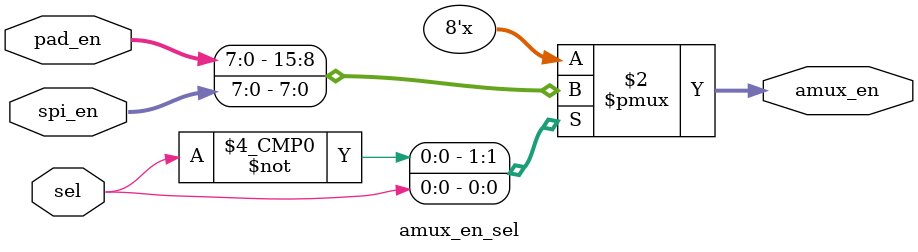
<source format=v>
module amux_en_sel(
    input sel,
    input [7:0] spi_en,
    input [7:0] pad_en,
    output reg [7:0] amux_en
);

always @(*) begin
    case(sel)
        0: begin
            amux_en = pad_en;
        end
        1: begin
            amux_en = spi_en;
        end
    endcase
end

endmodule
</source>
